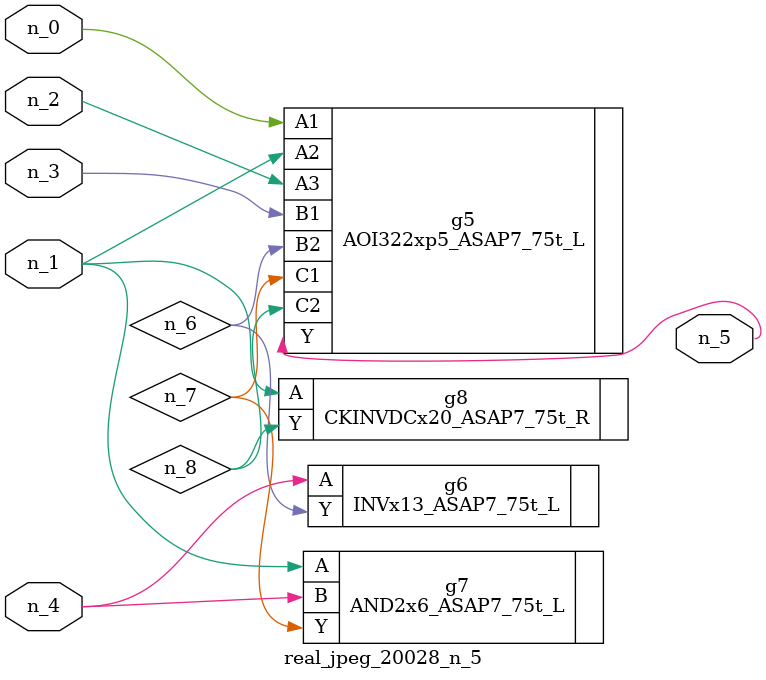
<source format=v>
module real_jpeg_20028_n_5 (n_4, n_0, n_1, n_2, n_3, n_5);

input n_4;
input n_0;
input n_1;
input n_2;
input n_3;

output n_5;

wire n_8;
wire n_6;
wire n_7;

AOI322xp5_ASAP7_75t_L g5 ( 
.A1(n_0),
.A2(n_1),
.A3(n_2),
.B1(n_3),
.B2(n_6),
.C1(n_7),
.C2(n_8),
.Y(n_5)
);

AND2x6_ASAP7_75t_L g7 ( 
.A(n_1),
.B(n_4),
.Y(n_7)
);

CKINVDCx20_ASAP7_75t_R g8 ( 
.A(n_1),
.Y(n_8)
);

INVx13_ASAP7_75t_L g6 ( 
.A(n_4),
.Y(n_6)
);


endmodule
</source>
